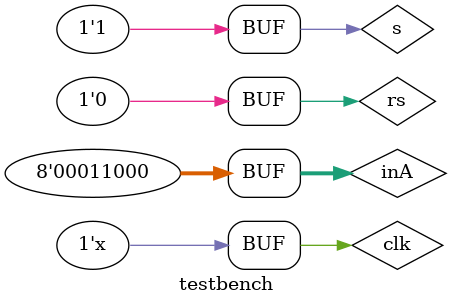
<source format=v>
`timescale 1ns/1ns
module testbench();
reg [7:0] inA;
reg clk;
reg rs;
reg s;
wire find;
wire [4:0] out;
binarySearch b1(inA,clk,rs,s,out,find);
initial#5 clk = 1'b0;
always #5 clk=~clk;
initial begin
#10 rs = 1'b1;
#10 rs = 1'b0; s = 1'b0;
#10 inA = 8'b00011000;
#10 s = 1'b1;
end
endmodule 

</source>
